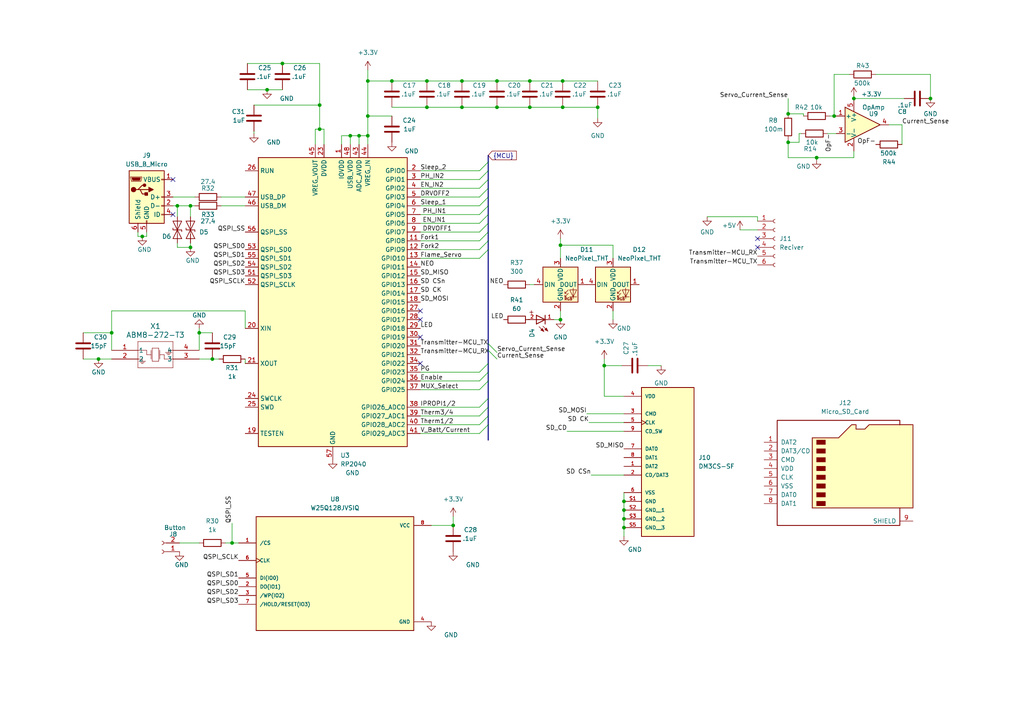
<source format=kicad_sch>
(kicad_sch (version 20230121) (generator eeschema)
  (paper "A4")
  (lib_symbols
    (symbol "Chimera:ABM8-272-T3" (pin_names (offset 0.254))
      (property "Reference" "X" (at 12.7 7.62 0))
      (property "Value" "ABM8-272-T3" (at 12.7 5.08 0))
      (symbol "ABM8-272-T3_0_1"
        (polyline (pts (xy 7.62 -5.08) (xy 17.78 -5.08)) (stroke (width 0.127)))
        (polyline (pts (xy 7.62 -2.54) (xy 8.89 -2.54)) (stroke (width 0.127)))
        (polyline (pts (xy 7.62 2.54) (xy 7.62 -5.08)) (stroke (width 0.127)))
        (polyline (pts (xy 7.9375 -3.175) (xy 9.8425 -3.175)) (stroke (width 0.127)))
        (polyline (pts (xy 8.255 -3.4925) (xy 9.525 -3.4925)) (stroke (width 0.127)))
        (polyline (pts (xy 8.5725 -3.81) (xy 9.2075 -3.81)) (stroke (width 0.127)))
        (polyline (pts (xy 8.89 -2.54) (xy 8.89 -3.175)) (stroke (width 0.127)))
        (polyline (pts (xy 10.16 -1.27) (xy 10.16 0)) (stroke (width 0.127)))
        (polyline (pts (xy 10.16 0) (xy 7.62 0)) (stroke (width 0.127)))
        (polyline (pts (xy 11.43 -1.27) (xy 10.16 -1.27)) (stroke (width 0.127)))
        (polyline (pts (xy 11.43 0) (xy 11.43 -2.54)) (stroke (width 0.127)))
        (polyline (pts (xy 11.7475 -3.175) (xy 13.6525 -3.175)) (stroke (width 0.127)))
        (polyline (pts (xy 11.7475 0.635) (xy 11.7475 -3.175)) (stroke (width 0.127)))
        (polyline (pts (xy 13.6525 -3.175) (xy 13.6525 0.635)) (stroke (width 0.127)))
        (polyline (pts (xy 13.6525 0.635) (xy 11.7475 0.635)) (stroke (width 0.127)))
        (polyline (pts (xy 13.97 -1.27) (xy 15.24 -1.27)) (stroke (width 0.127)))
        (polyline (pts (xy 13.97 0) (xy 13.97 -2.54)) (stroke (width 0.127)))
        (polyline (pts (xy 15.24 -2.54) (xy 17.78 -2.54)) (stroke (width 0.127)))
        (polyline (pts (xy 15.24 -1.27) (xy 15.24 -2.54)) (stroke (width 0.127)))
        (polyline (pts (xy 16.51 0) (xy 16.51 -0.635)) (stroke (width 0.127)))
        (polyline (pts (xy 16.8275 -1.27) (xy 16.1925 -1.27)) (stroke (width 0.127)))
        (polyline (pts (xy 17.145 -0.9525) (xy 15.875 -0.9525)) (stroke (width 0.127)))
        (polyline (pts (xy 17.4625 -0.635) (xy 15.5575 -0.635)) (stroke (width 0.127)))
        (polyline (pts (xy 17.78 -5.08) (xy 17.78 2.54)) (stroke (width 0.127)))
        (polyline (pts (xy 17.78 0) (xy 16.51 0)) (stroke (width 0.127)))
        (polyline (pts (xy 17.78 2.54) (xy 7.62 2.54)) (stroke (width 0.127)))
        (pin unspecified line (at 0 0 0) (length 7.62) (name "1") (number "1"))
        (pin unspecified line (at 0 -2.54 0) (length 7.62) (name "2") (number "2"))
        (pin unspecified line (at 25.4 -2.54 180) (length 7.62) (name "3") (number "3"))
        (pin unspecified line (at 25.4 0 180) (length 7.62) (name "4") (number "4"))
      )
    )
    (symbol "Chimera:DM3CS-SF" (pin_names (offset 1.016))
      (property "Reference" "J" (at -7.6282 19.0976 0))
      (property "Value" "DM3CS-SF" (at -7.6357 -28.7708 0))
      (symbol "DM3CS-SF_0_0"
        (rectangle (start -7.62 -25.4) (end 7.62 17.78) (stroke (width 0.254)) (fill (type background)))
        (pin passive line (at -12.7 -5.08 0) (length 5.08) (name "DAT2") (number "1"))
        (pin passive line (at -12.7 -7.62 0) (length 5.08) (name "CD/DAT3") (number "2"))
        (pin passive line (at -12.7 10.16 0) (length 5.08) (name "CMD") (number "3"))
        (pin passive line (at -12.7 15.24 0) (length 5.08) (name "VDD") (number "4"))
        (pin passive clock (at -12.7 7.62 0) (length 5.08) (name "CLK") (number "5"))
        (pin passive line (at -12.7 -12.7 0) (length 5.08) (name "VSS") (number "6"))
        (pin passive line (at -12.7 0 0) (length 5.08) (name "DAT0") (number "7"))
        (pin passive line (at -12.7 -2.54 0) (length 5.08) (name "DAT1") (number "8"))
        (pin passive line (at -12.7 5.08 0) (length 5.08) (name "CD_SW") (number "9"))
        (pin passive line (at -12.7 -15.24 0) (length 5.08) (name "GND") (number "S1"))
        (pin passive line (at -12.7 -17.78 0) (length 5.08) (name "GND__1") (number "S2"))
        (pin passive line (at -12.7 -20.32 0) (length 5.08) (name "GND__2") (number "S3"))
        (pin passive line (at -12.7 -22.86 0) (length 5.08) (name "GND__3") (number "S5"))
      )
    )
    (symbol "Chimera:W25Q128JVSIQ" (pin_names (offset 1.016))
      (property "Reference" "U" (at -22.86 16.002 0))
      (property "Value" "W25Q128JVSIQ" (at -22.86 -20.32 0))
      (symbol "W25Q128JVSIQ_0_0"
        (rectangle (start -22.86 15.24) (end 22.86 -17.78) (stroke (width 0.254)) (fill (type background)))
        (pin input line (at -27.94 7.62 0) (length 5.08) (name "/CS") (number "1"))
        (pin bidirectional line (at -27.94 -5.08 0) (length 5.08) (name "DO(IO1)") (number "2"))
        (pin bidirectional line (at -27.94 -7.62 0) (length 5.08) (name "/WP(IO2)") (number "3"))
        (pin power_in line (at 27.94 -15.24 180) (length 5.08) (name "GND") (number "4"))
        (pin bidirectional line (at -27.94 -2.54 0) (length 5.08) (name "DI(IO0)") (number "5"))
        (pin input clock (at -27.94 2.54 0) (length 5.08) (name "CLK") (number "6"))
        (pin bidirectional line (at -27.94 -10.16 0) (length 5.08) (name "/HOLD/RESET(IO3)") (number "7"))
        (pin power_in line (at 27.94 12.7 180) (length 5.08) (name "VCC") (number "8"))
      )
    )
    (symbol "Chimera:WL-SMCD_0603" (pin_names (offset 1.016))
      (property "Reference" "D" (at 1.27 4.064 0))
      (symbol "WL-SMCD_0603_0_0"
        (polyline (pts (xy 0 -1.27) (xy 0 0)) (stroke (width 0.254)))
        (polyline (pts (xy 0 0) (xy 0 1.27)) (stroke (width 0.254)))
        (polyline (pts (xy 0 0) (xy 2.54 0)) (stroke (width 0.254)))
        (polyline (pts (xy 0 0) (xy 2.54 1.27)) (stroke (width 0.254)))
        (polyline (pts (xy 0.635 1.905) (xy -0.762 3.302)) (stroke (width 0.1524)))
        (polyline (pts (xy 1.778 2.032) (xy 0.381 3.429)) (stroke (width 0.1524)))
        (polyline (pts (xy 2.54 -1.27) (xy 0 0)) (stroke (width 0.254)))
        (polyline (pts (xy 2.54 -1.27) (xy 2.54 0)) (stroke (width 0.254)))
        (polyline (pts (xy 2.54 0) (xy 2.54 1.27)) (stroke (width 0.254)))
        (polyline (pts (xy -0.762 3.302) (xy 0.127 2.921) (xy -0.381 2.413) (xy -0.762 3.302)) (stroke (width 0.1524)) (fill (type outline)))
        (polyline (pts (xy 0.381 3.429) (xy 1.27 3.048) (xy 0.762 2.54) (xy 0.381 3.429)) (stroke (width 0.1524)) (fill (type outline)))
        (text "+" (at 3.1 -1.5 0) (effects (font (size 1.27 1.27)) (justify left bottom)))
        (pin passive line (at -2.54 0 0) (length 2.54) (name "~") (number "1"))
        (pin passive line (at 5.08 0 180) (length 2.54) (name "~") (number "2"))
      )
    )
    (symbol "Connector:Conn_01x02_Socket" (pin_names (offset 1.016) hide)
      (property "Reference" "J" (at 0 2.54 0))
      (property "Value" "Conn_01x02_Socket" (at 0 -5.08 0))
      (symbol "Conn_01x02_Socket_1_1"
        (arc (start 0 -2.032) (mid -0.5058 -2.54) (end 0 -3.048) (stroke (width 0.1524)))
        (polyline (pts (xy -1.27 -2.54) (xy -0.508 -2.54)) (stroke (width 0.1524)))
        (polyline (pts (xy -1.27 0) (xy -0.508 0)) (stroke (width 0.1524)))
        (arc (start 0 0.508) (mid -0.5058 0) (end 0 -0.508) (stroke (width 0.1524)))
        (pin passive line (at -5.08 0 0) (length 3.81) (name "Pin_1") (number "1"))
        (pin passive line (at -5.08 -2.54 0) (length 3.81) (name "Pin_2") (number "2"))
      )
    )
    (symbol "Connector:Conn_01x06_Socket" (pin_names (offset 1.016) hide)
      (property "Reference" "J" (at 0 7.62 0))
      (property "Value" "Conn_01x06_Socket" (at 0 -10.16 0))
      (symbol "Conn_01x06_Socket_1_1"
        (arc (start 0 -7.112) (mid -0.5058 -7.62) (end 0 -8.128) (stroke (width 0.1524)))
        (arc (start 0 -4.572) (mid -0.5058 -5.08) (end 0 -5.588) (stroke (width 0.1524)))
        (arc (start 0 -2.032) (mid -0.5058 -2.54) (end 0 -3.048) (stroke (width 0.1524)))
        (polyline (pts (xy -1.27 -7.62) (xy -0.508 -7.62)) (stroke (width 0.1524)))
        (polyline (pts (xy -1.27 -5.08) (xy -0.508 -5.08)) (stroke (width 0.1524)))
        (polyline (pts (xy -1.27 -2.54) (xy -0.508 -2.54)) (stroke (width 0.1524)))
        (polyline (pts (xy -1.27 0) (xy -0.508 0)) (stroke (width 0.1524)))
        (polyline (pts (xy -1.27 2.54) (xy -0.508 2.54)) (stroke (width 0.1524)))
        (polyline (pts (xy -1.27 5.08) (xy -0.508 5.08)) (stroke (width 0.1524)))
        (arc (start 0 0.508) (mid -0.5058 0) (end 0 -0.508) (stroke (width 0.1524)))
        (arc (start 0 3.048) (mid -0.5058 2.54) (end 0 2.032) (stroke (width 0.1524)))
        (arc (start 0 5.588) (mid -0.5058 5.08) (end 0 4.572) (stroke (width 0.1524)))
        (pin passive line (at -5.08 5.08 0) (length 3.81) (name "Pin_1") (number "1"))
        (pin passive line (at -5.08 2.54 0) (length 3.81) (name "Pin_2") (number "2"))
        (pin passive line (at -5.08 0 0) (length 3.81) (name "Pin_3") (number "3"))
        (pin passive line (at -5.08 -2.54 0) (length 3.81) (name "Pin_4") (number "4"))
        (pin passive line (at -5.08 -5.08 0) (length 3.81) (name "Pin_5") (number "5"))
        (pin passive line (at -5.08 -7.62 0) (length 3.81) (name "Pin_6") (number "6"))
      )
    )
    (symbol "Connector:Micro_SD_Card" (pin_names (offset 1.016))
      (property "Reference" "J" (at -16.51 15.24 0))
      (property "Value" "Micro_SD_Card" (at 16.51 15.24 0))
      (symbol "Micro_SD_Card_0_1"
        (rectangle (start -7.62 -9.525) (end -5.08 -10.795) (fill (type outline)))
        (rectangle (start -7.62 -6.985) (end -5.08 -8.255) (fill (type outline)))
        (rectangle (start -7.62 -4.445) (end -5.08 -5.715) (fill (type outline)))
        (rectangle (start -7.62 -1.905) (end -5.08 -3.175) (fill (type outline)))
        (rectangle (start -7.62 0.635) (end -5.08 -0.635) (fill (type outline)))
        (rectangle (start -7.62 3.175) (end -5.08 1.905) (fill (type outline)))
        (rectangle (start -7.62 5.715) (end -5.08 4.445) (fill (type outline)))
        (rectangle (start -7.62 8.255) (end -5.08 6.985) (fill (type outline)))
        (polyline (pts (xy 16.51 12.7) (xy 16.51 13.97) (xy -19.05 13.97) (xy -19.05 -16.51) (xy 16.51 -16.51) (xy 16.51 -11.43)) (stroke (width 0.254)))
        (polyline (pts (xy -8.89 -11.43) (xy -8.89 8.89) (xy -1.27 8.89) (xy 2.54 12.7) (xy 3.81 12.7) (xy 3.81 11.43) (xy 6.35 11.43) (xy 7.62 12.7) (xy 20.32 12.7) (xy 20.32 -11.43) (xy -8.89 -11.43)) (stroke (width 0.254)) (fill (type background)))
      )
      (symbol "Micro_SD_Card_1_1"
        (pin bidirectional line (at -22.86 7.62 0) (length 3.81) (name "DAT2") (number "1"))
        (pin bidirectional line (at -22.86 5.08 0) (length 3.81) (name "DAT3/CD") (number "2"))
        (pin input line (at -22.86 2.54 0) (length 3.81) (name "CMD") (number "3"))
        (pin power_in line (at -22.86 0 0) (length 3.81) (name "VDD") (number "4"))
        (pin input line (at -22.86 -2.54 0) (length 3.81) (name "CLK") (number "5"))
        (pin power_in line (at -22.86 -5.08 0) (length 3.81) (name "VSS") (number "6"))
        (pin bidirectional line (at -22.86 -7.62 0) (length 3.81) (name "DAT0") (number "7"))
        (pin bidirectional line (at -22.86 -10.16 0) (length 3.81) (name "DAT1") (number "8"))
        (pin passive line (at 20.32 -15.24 180) (length 3.81) (name "SHIELD") (number "9"))
      )
    )
    (symbol "Connector:USB_B_Micro" (pin_names (offset 1.016))
      (property "Reference" "J" (at -5.08 11.43 0))
      (property "Value" "USB_B_Micro" (at -5.08 8.89 0))
      (symbol "USB_B_Micro_0_1"
        (rectangle (start -5.08 -7.62) (end 5.08 7.62) (stroke (width 0.254)) (fill (type background)))
        (circle (center -3.81 2.159) (radius 0.635) (stroke (width 0.254)) (fill (type outline)))
        (circle (center -0.635 3.429) (radius 0.381) (stroke (width 0.254)) (fill (type outline)))
        (rectangle (start -0.127 -7.62) (end 0.127 -6.858))
        (polyline (pts (xy -1.905 2.159) (xy 0.635 2.159)) (stroke (width 0.254)))
        (polyline (pts (xy -3.175 2.159) (xy -2.54 2.159) (xy -1.27 3.429) (xy -0.635 3.429)) (stroke (width 0.254)))
        (polyline (pts (xy -2.54 2.159) (xy -1.905 2.159) (xy -1.27 0.889) (xy 0 0.889)) (stroke (width 0.254)))
        (polyline (pts (xy 0.635 2.794) (xy 0.635 1.524) (xy 1.905 2.159) (xy 0.635 2.794)) (stroke (width 0.254)) (fill (type outline)))
        (polyline (pts (xy -4.318 5.588) (xy -1.778 5.588) (xy -2.032 4.826) (xy -4.064 4.826) (xy -4.318 5.588)) (fill (type outline)))
        (polyline (pts (xy -4.699 5.842) (xy -4.699 5.588) (xy -4.445 4.826) (xy -4.445 4.572) (xy -1.651 4.572) (xy -1.651 4.826) (xy -1.397 5.588) (xy -1.397 5.842) (xy -4.699 5.842)))
        (rectangle (start 0.254 1.27) (end -0.508 0.508) (stroke (width 0.254)) (fill (type outline)))
        (rectangle (start 5.08 -5.207) (end 4.318 -4.953))
        (rectangle (start 5.08 -2.667) (end 4.318 -2.413))
        (rectangle (start 5.08 -0.127) (end 4.318 0.127))
        (rectangle (start 5.08 4.953) (end 4.318 5.207))
      )
      (symbol "USB_B_Micro_1_1"
        (pin power_out line (at 7.62 5.08 180) (length 2.54) (name "VBUS") (number "1"))
        (pin bidirectional line (at 7.62 -2.54 180) (length 2.54) (name "D-") (number "2"))
        (pin bidirectional line (at 7.62 0 180) (length 2.54) (name "D+") (number "3"))
        (pin passive line (at 7.62 -5.08 180) (length 2.54) (name "ID") (number "4"))
        (pin power_out line (at 0 -10.16 90) (length 2.54) (name "GND") (number "5"))
        (pin passive line (at -2.54 -10.16 90) (length 2.54) (name "Shield") (number "6"))
      )
    )
    (symbol "Device:C" (pin_numbers hide) (pin_names (offset 0.254))
      (property "Reference" "C" (at 0.635 2.54 0))
      (property "Value" "C" (at 0.635 -2.54 0))
      (symbol "C_0_1"
        (polyline (pts (xy -2.032 -0.762) (xy 2.032 -0.762)) (stroke (width 0.508)))
        (polyline (pts (xy -2.032 0.762) (xy 2.032 0.762)) (stroke (width 0.508)))
      )
      (symbol "C_1_1"
        (pin passive line (at 0 3.81 270) (length 2.794) (name "~") (number "1"))
        (pin passive line (at 0 -3.81 90) (length 2.794) (name "~") (number "2"))
      )
    )
    (symbol "Device:R" (pin_numbers hide) (pin_names (offset 0))
      (property "Reference" "R" (at 2.032 0 90))
      (property "Value" "R" (at 0 0 90))
      (symbol "R_0_1"
        (rectangle (start -1.016 -2.54) (end 1.016 2.54) (stroke (width 0.254)))
      )
      (symbol "R_1_1"
        (pin passive line (at 0 3.81 270) (length 1.27) (name "~") (number "1"))
        (pin passive line (at 0 -3.81 90) (length 1.27) (name "~") (number "2"))
      )
    )
    (symbol "Diode:SMAJ8.0CA" (pin_numbers hide) (pin_names (offset 1.016) hide)
      (property "Reference" "D" (at 0 2.54 0))
      (property "Value" "SMAJ8.0CA" (at 0 -2.54 0))
      (symbol "SMAJ8.0CA_0_1"
        (polyline (pts (xy 1.27 0) (xy -1.27 0)))
        (polyline (pts (xy -2.54 -1.27) (xy 0 0) (xy -2.54 1.27) (xy -2.54 -1.27)) (stroke (width 0.2032)))
        (polyline (pts (xy 0.508 1.27) (xy 0 1.27) (xy 0 -1.27) (xy -0.508 -1.27)) (stroke (width 0.2032)))
        (polyline (pts (xy 2.54 1.27) (xy 2.54 -1.27) (xy 0 0) (xy 2.54 1.27)) (stroke (width 0.2032)))
      )
      (symbol "SMAJ8.0CA_1_1"
        (pin passive line (at -3.81 0 0) (length 2.54) (name "A1") (number "1"))
        (pin passive line (at 3.81 0 180) (length 2.54) (name "A2") (number "2"))
      )
    )
    (symbol "LED:NeoPixel_THT" (pin_names (offset 0.254))
      (property "Reference" "D" (at 5.08 5.715 0))
      (property "Value" "NeoPixel_THT" (at 1.27 -5.715 0))
      (symbol "NeoPixel_THT_0_0"
        (text "RGB" (at 2.286 -4.191 0) (effects (font (size 0.762 0.762))))
      )
      (symbol "NeoPixel_THT_0_1"
        (polyline (pts (xy 1.27 -3.556) (xy 1.778 -3.556)))
        (polyline (pts (xy 1.27 -2.54) (xy 1.778 -2.54)))
        (polyline (pts (xy 4.699 -3.556) (xy 2.667 -3.556)))
        (polyline (pts (xy 2.286 -2.54) (xy 1.27 -3.556) (xy 1.27 -3.048)))
        (polyline (pts (xy 2.286 -1.524) (xy 1.27 -2.54) (xy 1.27 -2.032)))
        (polyline (pts (xy 3.683 -1.016) (xy 3.683 -3.556) (xy 3.683 -4.064)))
        (polyline (pts (xy 4.699 -1.524) (xy 2.667 -1.524) (xy 3.683 -3.556) (xy 4.699 -1.524)))
        (rectangle (start 5.08 5.08) (end -5.08 -5.08) (stroke (width 0.254)) (fill (type background)))
      )
      (symbol "NeoPixel_THT_1_1"
        (pin output line (at 7.62 0 180) (length 2.54) (name "DOUT") (number "1"))
        (pin power_in line (at 0 -7.62 90) (length 2.54) (name "GND") (number "2"))
        (pin power_in line (at 0 7.62 270) (length 2.54) (name "VDD") (number "3"))
        (pin input line (at -7.62 0 0) (length 2.54) (name "DIN") (number "4"))
      )
    )
    (symbol "MCU_RaspberryPi:RP2040"
      (property "Reference" "U" (at 17.78 45.72 0))
      (property "Value" "RP2040" (at 17.78 43.18 0))
      (symbol "RP2040_0_1"
        (rectangle (start -21.59 41.91) (end 21.59 -41.91) (stroke (width 0.254)) (fill (type background)))
      )
      (symbol "RP2040_1_1"
        (pin power_in line (at 2.54 45.72 270) (length 3.81) (name "IOVDD") (number "1"))
        (pin passive line (at 2.54 45.72 270) (length 3.81) hide (name "IOVDD") (number "10"))
        (pin bidirectional line (at 25.4 17.78 180) (length 3.81) (name "GPIO8") (number "11"))
        (pin bidirectional line (at 25.4 15.24 180) (length 3.81) (name "GPIO9") (number "12"))
        (pin bidirectional line (at 25.4 12.7 180) (length 3.81) (name "GPIO10") (number "13"))
        (pin bidirectional line (at 25.4 10.16 180) (length 3.81) (name "GPIO11") (number "14"))
        (pin bidirectional line (at 25.4 7.62 180) (length 3.81) (name "GPIO12") (number "15"))
        (pin bidirectional line (at 25.4 5.08 180) (length 3.81) (name "GPIO13") (number "16"))
        (pin bidirectional line (at 25.4 2.54 180) (length 3.81) (name "GPIO14") (number "17"))
        (pin bidirectional line (at 25.4 0 180) (length 3.81) (name "GPIO15") (number "18"))
        (pin input line (at -25.4 -38.1 0) (length 3.81) (name "TESTEN") (number "19"))
        (pin bidirectional line (at 25.4 38.1 180) (length 3.81) (name "GPIO0") (number "2"))
        (pin input line (at -25.4 -7.62 0) (length 3.81) (name "XIN") (number "20"))
        (pin passive line (at -25.4 -17.78 0) (length 3.81) (name "XOUT") (number "21"))
        (pin passive line (at 2.54 45.72 270) (length 3.81) hide (name "IOVDD") (number "22"))
        (pin power_in line (at -2.54 45.72 270) (length 3.81) (name "DVDD") (number "23"))
        (pin input line (at -25.4 -27.94 0) (length 3.81) (name "SWCLK") (number "24"))
        (pin bidirectional line (at -25.4 -30.48 0) (length 3.81) (name "SWD") (number "25"))
        (pin input line (at -25.4 38.1 0) (length 3.81) (name "RUN") (number "26"))
        (pin bidirectional line (at 25.4 -2.54 180) (length 3.81) (name "GPIO16") (number "27"))
        (pin bidirectional line (at 25.4 -5.08 180) (length 3.81) (name "GPIO17") (number "28"))
        (pin bidirectional line (at 25.4 -7.62 180) (length 3.81) (name "GPIO18") (number "29"))
        (pin bidirectional line (at 25.4 35.56 180) (length 3.81) (name "GPIO1") (number "3"))
        (pin bidirectional line (at 25.4 -10.16 180) (length 3.81) (name "GPIO19") (number "30"))
        (pin bidirectional line (at 25.4 -12.7 180) (length 3.81) (name "GPIO20") (number "31"))
        (pin bidirectional line (at 25.4 -15.24 180) (length 3.81) (name "GPIO21") (number "32"))
        (pin passive line (at 2.54 45.72 270) (length 3.81) hide (name "IOVDD") (number "33"))
        (pin bidirectional line (at 25.4 -17.78 180) (length 3.81) (name "GPIO22") (number "34"))
        (pin bidirectional line (at 25.4 -20.32 180) (length 3.81) (name "GPIO23") (number "35"))
        (pin bidirectional line (at 25.4 -22.86 180) (length 3.81) (name "GPIO24") (number "36"))
        (pin bidirectional line (at 25.4 -25.4 180) (length 3.81) (name "GPIO25") (number "37"))
        (pin bidirectional line (at 25.4 -30.48 180) (length 3.81) (name "GPIO26_ADC0") (number "38"))
        (pin bidirectional line (at 25.4 -33.02 180) (length 3.81) (name "GPIO27_ADC1") (number "39"))
        (pin bidirectional line (at 25.4 33.02 180) (length 3.81) (name "GPIO2") (number "4"))
        (pin bidirectional line (at 25.4 -35.56 180) (length 3.81) (name "GPIO28_ADC2") (number "40"))
        (pin bidirectional line (at 25.4 -38.1 180) (length 3.81) (name "GPIO29_ADC3") (number "41"))
        (pin passive line (at 2.54 45.72 270) (length 3.81) hide (name "IOVDD") (number "42"))
        (pin power_in line (at 7.62 45.72 270) (length 3.81) (name "ADC_AVDD") (number "43"))
        (pin power_in line (at 10.16 45.72 270) (length 3.81) (name "VREG_IN") (number "44"))
        (pin power_out line (at -5.08 45.72 270) (length 3.81) (name "VREG_VOUT") (number "45"))
        (pin bidirectional line (at -25.4 27.94 0) (length 3.81) (name "USB_DM") (number "46"))
        (pin bidirectional line (at -25.4 30.48 0) (length 3.81) (name "USB_DP") (number "47"))
        (pin power_in line (at 5.08 45.72 270) (length 3.81) (name "USB_VDD") (number "48"))
        (pin passive line (at 2.54 45.72 270) (length 3.81) hide (name "IOVDD") (number "49"))
        (pin bidirectional line (at 25.4 30.48 180) (length 3.81) (name "GPIO3") (number "5"))
        (pin passive line (at -2.54 45.72 270) (length 3.81) hide (name "DVDD") (number "50"))
        (pin bidirectional line (at -25.4 7.62 0) (length 3.81) (name "QSPI_SD3") (number "51"))
        (pin output line (at -25.4 5.08 0) (length 3.81) (name "QSPI_SCLK") (number "52"))
        (pin bidirectional line (at -25.4 15.24 0) (length 3.81) (name "QSPI_SD0") (number "53"))
        (pin bidirectional line (at -25.4 10.16 0) (length 3.81) (name "QSPI_SD2") (number "54"))
        (pin bidirectional line (at -25.4 12.7 0) (length 3.81) (name "QSPI_SD1") (number "55"))
        (pin bidirectional line (at -25.4 20.32 0) (length 3.81) (name "QSPI_SS") (number "56"))
        (pin power_in line (at 0 -45.72 90) (length 3.81) (name "GND") (number "57"))
        (pin bidirectional line (at 25.4 27.94 180) (length 3.81) (name "GPIO4") (number "6"))
        (pin bidirectional line (at 25.4 25.4 180) (length 3.81) (name "GPIO5") (number "7"))
        (pin bidirectional line (at 25.4 22.86 180) (length 3.81) (name "GPIO6") (number "8"))
        (pin bidirectional line (at 25.4 20.32 180) (length 3.81) (name "GPIO7") (number "9"))
      )
    )
    (symbol "OEM:OpAmp" (pin_names (offset 0.127))
      (property "Reference" "U7" (at 3.175 3.175 0))
      (property "Value" "OpAmp" (at 3.175 5.08 0))
      (symbol "OpAmp_0_1"
        (polyline (pts (xy -5.08 5.08) (xy 5.08 0) (xy -5.08 -5.08) (xy -5.08 5.08)) (stroke (width 0.254)) (fill (type background)))
        (pin power_in line (at -2.54 -7.62 90) (length 3.81) (name "V-") (number "2"))
        (pin power_in line (at -2.54 7.62 270) (length 3.81) (name "V+") (number "5"))
      )
      (symbol "OpAmp_1_1"
        (pin input line (at -7.62 2.54 0) (length 2.54) (name "+") (number "1"))
        (pin input line (at -7.62 -2.54 0) (length 2.54) (name "-") (number "3"))
        (pin output line (at 7.62 0 180) (length 2.54) (name "~") (number "4"))
      )
    )
    (symbol "power:+3.3V" (power) (pin_names (offset 0))
      (property "Value" "+3.3V" (at 0 3.556 0))
      (symbol "+3.3V_0_1"
        (polyline (pts (xy -0.762 1.27) (xy 0 2.54)))
        (polyline (pts (xy 0 0) (xy 0 2.54)))
        (polyline (pts (xy 0 2.54) (xy 0.762 1.27)))
      )
      (symbol "+3.3V_1_1"
        (pin power_in line (at 0 0 90) (length 0) hide (name "+3.3V") (number "1"))
      )
    )
    (symbol "power:+5V" (power) (pin_names (offset 0))
      (property "Value" "+5V" (at 0 3.556 0))
      (symbol "+5V_0_1"
        (polyline (pts (xy -0.762 1.27) (xy 0 2.54)))
        (polyline (pts (xy 0 0) (xy 0 2.54)))
        (polyline (pts (xy 0 2.54) (xy 0.762 1.27)))
      )
      (symbol "+5V_1_1"
        (pin power_in line (at 0 0 90) (length 0) hide (name "+5V") (number "1"))
      )
    )
    (symbol "power:GND" (power) (pin_names (offset 0))
      (property "Value" "GND" (at 0 -3.81 0))
      (symbol "GND_0_1"
        (polyline (pts (xy 0 0) (xy 0 -1.27) (xy 1.27 -1.27) (xy 0 -2.54) (xy -1.27 -1.27) (xy 0 -1.27)))
      )
      (symbol "GND_1_1"
        (pin power_in line (at 0 0 270) (length 0) hide (name "GND") (number "1"))
      )
    )
  )
  (junction (at 32.385 96.52))
  (junction (at 269.875 28.575))
  (junction (at 236.855 45.72))
  (junction (at 61.595 104.14))
  (junction (at 180.975 153.035))
  (junction (at 241.935 33.655))
  (junction (at 153.67 31.115))
  (junction (at 81.915 18.415))
  (junction (at 133.985 23.495))
  (junction (at 180.975 150.495))
  (junction (at 92.71 37.465))
  (junction (at 173.355 31.115))
  (junction (at 106.68 23.495))
  (junction (at 162.56 71.12))
  (junction (at 123.825 31.115))
  (junction (at 144.145 23.495))
  (junction (at 55.245 71.755))
  (junction (at 228.6 41.275))
  (junction (at 180.975 147.955))
  (junction (at 28.575 104.14))
  (junction (at 67.31 157.48))
  (junction (at 247.65 28.575))
  (junction (at 144.145 31.115))
  (junction (at 57.785 96.52))
  (junction (at 92.71 30.48))
  (junction (at 77.47 26.035))
  (junction (at 106.68 39.37))
  (junction (at 228.6 33.02))
  (junction (at 41.275 68.58))
  (junction (at 113.665 23.495))
  (junction (at 104.14 39.37))
  (junction (at 106.68 33.655))
  (junction (at 101.6 39.37))
  (junction (at 175.26 106.045))
  (junction (at 162.56 92.71))
  (junction (at 123.825 23.495))
  (junction (at 163.195 31.115))
  (junction (at 55.245 59.69))
  (junction (at 133.985 31.115))
  (junction (at 131.445 152.4))
  (junction (at 180.975 145.415))
  (junction (at 51.435 59.69))
  (junction (at 153.67 23.495))
  (junction (at 163.195 23.495))
  (no_connect (at 121.92 105.41))
  (no_connect (at 121.92 90.17))
  (no_connect (at 121.92 92.71))
  (no_connect (at 50.165 52.07))
  (no_connect (at 121.92 97.79))
  (no_connect (at 50.165 62.23))
  (no_connect (at 219.71 69.215))
  (no_connect (at 219.71 71.755))
  (bus_entry (at 141.605 59.69) (size -2.54 2.54))
  (bus_entry (at 141.605 120.65) (size -2.54 2.54))
  (bus_entry (at 141.605 52.07) (size -2.54 2.54))
  (bus_entry (at 141.605 107.95) (size -2.54 2.54))
  (bus_entry (at 141.605 49.53) (size -2.54 2.54))
  (bus_entry (at 141.605 118.11) (size -2.54 2.54))
  (bus_entry (at 141.605 64.77) (size -2.54 2.54))
  (bus_entry (at 141.605 101.6) (size 2.54 2.54))
  (bus_entry (at 141.605 69.85) (size -2.54 2.54))
  (bus_entry (at 141.605 105.41) (size -2.54 2.54))
  (bus_entry (at 141.605 72.39) (size -2.54 2.54))
  (bus_entry (at 141.605 115.57) (size -2.54 2.54))
  (bus_entry (at 141.605 110.49) (size -2.54 2.54))
  (bus_entry (at 141.605 67.31) (size -2.54 2.54))
  (bus_entry (at 141.605 62.23) (size -2.54 2.54))
  (bus_entry (at 141.605 54.61) (size -2.54 2.54))
  (bus_entry (at 141.605 99.695) (size 2.54 2.54))
  (bus_entry (at 141.605 46.99) (size -2.54 2.54))
  (bus_entry (at 141.605 57.15) (size -2.54 2.54))
  (bus_entry (at 141.605 123.19) (size -2.54 2.54))
  (wire (pts (xy 162.56 92.71) (xy 160.655 92.71)))
  (wire (pts (xy 106.68 20.32) (xy 106.68 23.495)))
  (wire (pts (xy 91.44 41.91) (xy 91.44 37.465)))
  (wire (pts (xy 121.92 57.15) (xy 139.065 57.15)))
  (wire (pts (xy 93.98 37.465) (xy 93.98 41.91)))
  (wire (pts (xy 170.815 122.555) (xy 180.975 122.555)))
  (wire (pts (xy 71.755 18.415) (xy 81.915 18.415)))
  (wire (pts (xy 91.44 37.465) (xy 92.71 37.465)))
  (wire (pts (xy 241.935 21.59) (xy 241.935 33.655)))
  (wire (pts (xy 64.135 59.69) (xy 71.12 59.69)))
  (wire (pts (xy 139.065 113.03) (xy 121.92 113.03)))
  (wire (pts (xy 71.12 90.17) (xy 32.385 90.17)))
  (wire (pts (xy 24.13 96.52) (xy 32.385 96.52)))
  (wire (pts (xy 65.405 157.48) (xy 67.31 157.48)))
  (bus (pts (xy 141.605 57.15) (xy 141.605 59.69)))
  (wire (pts (xy 144.145 31.115) (xy 153.67 31.115)))
  (wire (pts (xy 139.065 74.93) (xy 121.92 74.93)))
  (wire (pts (xy 55.245 70.485) (xy 55.245 71.755)))
  (wire (pts (xy 121.92 107.95) (xy 139.065 107.95)))
  (wire (pts (xy 106.68 39.37) (xy 106.68 41.91)))
  (wire (pts (xy 228.6 41.275) (xy 228.6 45.72)))
  (wire (pts (xy 50.165 59.69) (xy 51.435 59.69)))
  (wire (pts (xy 177.8 71.12) (xy 162.56 71.12)))
  (wire (pts (xy 123.825 23.495) (xy 133.985 23.495)))
  (wire (pts (xy 164.465 125.095) (xy 180.975 125.095)))
  (wire (pts (xy 131.445 152.4) (xy 131.445 149.86)))
  (wire (pts (xy 236.855 46.355) (xy 236.855 45.72)))
  (wire (pts (xy 67.31 157.48) (xy 69.215 157.48)))
  (wire (pts (xy 240.665 33.655) (xy 241.935 33.655)))
  (wire (pts (xy 205.105 62.865) (xy 219.71 62.865)))
  (wire (pts (xy 99.06 39.37) (xy 101.6 39.37)))
  (wire (pts (xy 64.135 57.15) (xy 71.12 57.15)))
  (wire (pts (xy 139.065 125.73) (xy 121.92 125.73)))
  (wire (pts (xy 133.985 31.115) (xy 144.145 31.115)))
  (wire (pts (xy 187.96 106.045) (xy 191.77 106.045)))
  (wire (pts (xy 153.67 31.115) (xy 163.195 31.115)))
  (wire (pts (xy 55.245 59.69) (xy 56.515 59.69)))
  (bus (pts (xy 141.605 46.99) (xy 141.605 49.53)))
  (wire (pts (xy 180.975 147.955) (xy 180.975 150.495)))
  (wire (pts (xy 228.6 40.64) (xy 228.6 41.275)))
  (wire (pts (xy 101.6 39.37) (xy 104.14 39.37)))
  (wire (pts (xy 214.63 66.675) (xy 219.71 66.675)))
  (wire (pts (xy 236.855 45.72) (xy 247.65 45.72)))
  (wire (pts (xy 228.6 28.575) (xy 228.6 33.02)))
  (wire (pts (xy 71.755 26.035) (xy 77.47 26.035)))
  (wire (pts (xy 52.07 157.48) (xy 57.785 157.48)))
  (wire (pts (xy 139.065 69.85) (xy 121.92 69.85)))
  (bus (pts (xy 141.605 49.53) (xy 141.605 52.07)))
  (wire (pts (xy 51.435 59.69) (xy 51.435 62.865)))
  (wire (pts (xy 121.92 64.77) (xy 139.065 64.77)))
  (wire (pts (xy 247.65 27.94) (xy 247.65 28.575)))
  (wire (pts (xy 236.855 45.72) (xy 228.6 45.72)))
  (wire (pts (xy 32.385 96.52) (xy 32.385 101.6)))
  (bus (pts (xy 141.605 99.695) (xy 141.605 101.6)))
  (wire (pts (xy 233.045 33.02) (xy 228.6 33.02)))
  (wire (pts (xy 139.065 120.65) (xy 121.92 120.65)))
  (wire (pts (xy 177.8 74.93) (xy 177.8 71.12)))
  (wire (pts (xy 42.545 68.58) (xy 42.545 67.31)))
  (wire (pts (xy 40.005 67.31) (xy 40.005 68.58)))
  (bus (pts (xy 141.605 120.65) (xy 141.605 123.19)))
  (bus (pts (xy 141.605 118.11) (xy 141.605 120.65)))
  (wire (pts (xy 247.65 45.72) (xy 247.65 43.815)))
  (wire (pts (xy 121.92 123.19) (xy 139.065 123.19)))
  (wire (pts (xy 73.66 38.735) (xy 73.66 38.1)))
  (wire (pts (xy 173.355 31.115) (xy 173.355 34.29)))
  (bus (pts (xy 141.605 101.6) (xy 141.605 105.41)))
  (wire (pts (xy 32.385 90.17) (xy 32.385 96.52)))
  (wire (pts (xy 269.875 21.59) (xy 269.875 28.575)))
  (wire (pts (xy 123.825 31.115) (xy 133.985 31.115)))
  (bus (pts (xy 141.605 105.41) (xy 141.605 107.95)))
  (bus (pts (xy 141.605 45.085) (xy 141.605 46.99)))
  (wire (pts (xy 51.435 70.485) (xy 51.435 71.755)))
  (bus (pts (xy 141.605 115.57) (xy 141.605 118.11)))
  (wire (pts (xy 51.435 71.755) (xy 55.245 71.755)))
  (wire (pts (xy 101.6 39.37) (xy 101.6 41.91)))
  (wire (pts (xy 175.26 104.14) (xy 175.26 106.045)))
  (wire (pts (xy 139.065 110.49) (xy 121.92 110.49)))
  (bus (pts (xy 141.605 107.95) (xy 141.605 110.49)))
  (wire (pts (xy 106.68 33.655) (xy 113.665 33.655)))
  (wire (pts (xy 104.14 39.37) (xy 104.14 41.91)))
  (wire (pts (xy 104.14 39.37) (xy 106.68 39.37)))
  (wire (pts (xy 57.785 95.25) (xy 57.785 96.52)))
  (wire (pts (xy 257.81 36.195) (xy 261.62 36.195)))
  (wire (pts (xy 175.26 106.045) (xy 175.26 114.935)))
  (wire (pts (xy 121.92 54.61) (xy 139.065 54.61)))
  (wire (pts (xy 153.67 82.55) (xy 154.94 82.55)))
  (wire (pts (xy 106.68 23.495) (xy 113.665 23.495)))
  (wire (pts (xy 71.12 90.17) (xy 71.12 95.25)))
  (wire (pts (xy 240.03 38.735) (xy 242.57 38.735)))
  (wire (pts (xy 233.045 33.02) (xy 233.045 33.655)))
  (wire (pts (xy 170.18 120.015) (xy 180.975 120.015)))
  (bus (pts (xy 141.605 110.49) (xy 141.605 115.57)))
  (wire (pts (xy 177.8 90.17) (xy 177.8 92.71)))
  (wire (pts (xy 247.65 28.575) (xy 262.255 28.575)))
  (wire (pts (xy 71.12 104.14) (xy 71.12 105.41)))
  (wire (pts (xy 73.66 30.48) (xy 92.71 30.48)))
  (wire (pts (xy 175.26 106.045) (xy 180.34 106.045)))
  (bus (pts (xy 141.605 54.61) (xy 141.605 57.15)))
  (wire (pts (xy 57.785 96.52) (xy 61.595 96.52)))
  (wire (pts (xy 57.785 96.52) (xy 57.785 101.6)))
  (wire (pts (xy 228.6 41.275) (xy 231.775 41.275)))
  (wire (pts (xy 171.45 137.795) (xy 180.975 137.795)))
  (wire (pts (xy 180.975 142.875) (xy 180.975 145.415)))
  (wire (pts (xy 113.665 23.495) (xy 123.825 23.495)))
  (wire (pts (xy 50.165 57.15) (xy 56.515 57.15)))
  (wire (pts (xy 121.92 49.53) (xy 139.065 49.53)))
  (wire (pts (xy 231.775 38.735) (xy 232.41 38.735)))
  (wire (pts (xy 106.68 33.655) (xy 106.68 39.37)))
  (bus (pts (xy 141.605 59.69) (xy 141.605 62.23)))
  (wire (pts (xy 55.245 59.69) (xy 55.245 62.865)))
  (bus (pts (xy 141.605 62.23) (xy 141.605 64.77)))
  (wire (pts (xy 163.195 31.115) (xy 173.355 31.115)))
  (wire (pts (xy 121.92 52.07) (xy 139.065 52.07)))
  (bus (pts (xy 141.605 69.85) (xy 141.605 72.39)))
  (wire (pts (xy 175.26 114.935) (xy 180.975 114.935)))
  (wire (pts (xy 113.665 31.115) (xy 123.825 31.115)))
  (wire (pts (xy 180.975 153.035) (xy 180.975 155.575)))
  (wire (pts (xy 28.575 104.14) (xy 32.385 104.14)))
  (wire (pts (xy 61.595 104.14) (xy 63.5 104.14)))
  (bus (pts (xy 141.605 52.07) (xy 141.605 54.61)))
  (wire (pts (xy 121.92 67.31) (xy 139.065 67.31)))
  (wire (pts (xy 99.06 41.91) (xy 99.06 39.37)))
  (wire (pts (xy 92.71 18.415) (xy 92.71 30.48)))
  (wire (pts (xy 121.92 59.69) (xy 139.065 59.69)))
  (wire (pts (xy 163.195 23.495) (xy 173.355 23.495)))
  (wire (pts (xy 219.71 62.865) (xy 219.71 64.135)))
  (wire (pts (xy 57.785 104.14) (xy 61.595 104.14)))
  (wire (pts (xy 81.915 18.415) (xy 92.71 18.415)))
  (wire (pts (xy 121.92 72.39) (xy 139.065 72.39)))
  (wire (pts (xy 162.56 71.12) (xy 162.56 74.93)))
  (wire (pts (xy 92.71 37.465) (xy 93.98 37.465)))
  (wire (pts (xy 40.005 68.58) (xy 41.275 68.58)))
  (bus (pts (xy 141.605 123.19) (xy 141.605 127.635)))
  (wire (pts (xy 153.67 23.495) (xy 163.195 23.495)))
  (wire (pts (xy 92.71 30.48) (xy 92.71 37.465)))
  (wire (pts (xy 162.56 90.17) (xy 162.56 92.71)))
  (wire (pts (xy 261.62 36.195) (xy 261.62 41.91)))
  (wire (pts (xy 133.985 23.495) (xy 144.145 23.495)))
  (wire (pts (xy 241.935 33.655) (xy 242.57 33.655)))
  (wire (pts (xy 180.975 145.415) (xy 180.975 147.955)))
  (wire (pts (xy 24.13 104.14) (xy 28.575 104.14)))
  (wire (pts (xy 231.775 41.275) (xy 231.775 38.735)))
  (wire (pts (xy 269.875 21.59) (xy 254 21.59)))
  (wire (pts (xy 125.095 152.4) (xy 131.445 152.4)))
  (wire (pts (xy 121.92 62.23) (xy 139.065 62.23)))
  (wire (pts (xy 106.68 23.495) (xy 106.68 33.655)))
  (wire (pts (xy 41.275 68.58) (xy 42.545 68.58)))
  (wire (pts (xy 77.47 26.035) (xy 81.915 26.035)))
  (wire (pts (xy 153.67 92.71) (xy 153.035 92.71)))
  (wire (pts (xy 121.92 118.11) (xy 139.065 118.11)))
  (bus (pts (xy 141.605 67.31) (xy 141.605 69.85)))
  (bus (pts (xy 141.605 72.39) (xy 141.605 99.695)))
  (wire (pts (xy 51.435 59.69) (xy 55.245 59.69)))
  (wire (pts (xy 144.145 23.495) (xy 153.67 23.495)))
  (wire (pts (xy 162.56 69.215) (xy 162.56 71.12)))
  (bus (pts (xy 141.605 64.77) (xy 141.605 67.31)))
  (wire (pts (xy 67.31 151.765) (xy 67.31 157.48)))
  (wire (pts (xy 180.975 150.495) (xy 180.975 153.035)))
  (wire (pts (xy 241.935 21.59) (xy 246.38 21.59)))
  (label "PH_IN1" (at 122.555 62.23 0))
  (label "QSPI_SCLK" (at 69.215 162.56 180))
  (label "QSPI_SD3" (at 69.215 175.26 180))
  (label "LED" (at 146.05 92.71 180))
  (label "SD CK" (at 121.92 85.09 0))
  (label "PH_IN2" (at 121.92 52.07 0))
  (label "Therm1{slash}2" (at 121.92 123.19 0))
  (label "SD CSn" (at 121.92 82.55 0))
  (label "EN_IN1" (at 122.555 64.77 0))
  (label "Servo_Current_Sense" (at 228.6 28.575 180))
  (label "EN_IN2" (at 121.92 54.61 0))
  (label "DRVOFF2" (at 121.92 57.15 0))
  (label "QSPI_SD0" (at 71.12 72.39 180))
  (label "Fork2" (at 121.92 72.39 0))
  (label "SD CSn" (at 171.45 137.795 180))
  (label "SD_MISO" (at 121.92 80.01 0))
  (label "Transmitter-MCU_RX" (at 219.71 74.295 180))
  (label "Servo_Current_Sense" (at 144.145 102.235 0))
  (label "QSPI_SS" (at 71.12 67.31 180))
  (label "SD_MOSI" (at 121.92 87.63 0))
  (label "Transmitter-MCU_TX" (at 219.71 76.835 180))
  (label "NEO" (at 146.05 82.55 180))
  (label "Sleep_1" (at 121.92 59.69 0))
  (label "Sleep_2" (at 121.92 49.53 0))
  (label "QSPI_SCLK" (at 71.12 82.55 180))
  (label "QSPI_SS" (at 67.31 151.765 90))
  (label "PG" (at 121.92 107.95 0))
  (label "QSPI_SD3" (at 71.12 80.01 180))
  (label "Enable" (at 121.92 110.49 0))
  (label "MUX_Select" (at 121.92 113.03 0))
  (label "SD_MOSI" (at 170.18 120.015 180))
  (label "Flame_Servo" (at 121.92 74.93 0))
  (label "OpF-" (at 254 41.91 180))
  (label "Current_Sense" (at 261.62 36.195 0))
  (label "V_Batt{slash}Current" (at 121.92 125.73 0))
  (label "SD_CD" (at 164.465 125.095 180))
  (label "Transmitter-MCU_TX" (at 121.92 100.33 0))
  (label "Therm3{slash}4" (at 121.92 120.65 0))
  (label "Transmitter-MCU_RX" (at 121.92 102.87 0))
  (label "QSPI_SD0" (at 69.215 170.18 180))
  (label "DRVOFF1" (at 122.555 67.31 0))
  (label "IPROPI1{slash}2" (at 121.92 118.11 0))
  (label "LED" (at 121.92 95.25 0))
  (label "QSPI_SD2" (at 71.12 77.47 180))
  (label "SD CK" (at 170.815 122.555 180))
  (label "QSPI_SD1" (at 71.12 74.93 180))
  (label "OpF-" (at 241.3 38.735 270))
  (label "QSPI_SD1" (at 69.215 167.64 180))
  (label "NEO" (at 121.92 77.47 0))
  (label "Current_Sense" (at 144.145 104.14 0))
  (label "SD_MISO" (at 180.975 130.175 180))
  (label "Fork1" (at 121.92 69.85 0))
  (label "QSPI_SD2" (at 69.215 172.72 180))
  (global_label "{MCU}" (shape input) (at 141.605 45.085 0) (property "Intersheetrefs" "${INTERSHEET_REFS}" (effects hide)))
  (symbol (lib_id "Device:C") (at 81.915 22.225 180) (unit 1)
    (property "Reference" "C26" (at 88.9 19.685 0) (effects (justify left)))
    (property "Value" ".1uF" (at 88.9 22.225 0) (effects (justify left)))
    (property "Footprint" "Capacitor_SMD:C_0805_2012Metric" (effects hide))
  )
  (symbol (lib_id "power:GND") (at 177.8 92.71 0) (unit 1)
    (property "Reference" "#PWR061" (effects hide))
    (property "Value" "GND" (at 180.975 95.25 0))
  )
  (symbol (lib_id "Device:R") (at 228.6 36.83 0) (unit 1)
    (property "Reference" "R8" (at 222.885 34.925 0) (effects (justify left)))
    (property "Value" "100m" (at 221.615 37.465 0) (effects (justify left)))
    (property "Footprint" "Resistor_SMD:R_0805_2012Metric" (effects hide))
  )
  (symbol (lib_id "Device:R") (at 257.81 41.91 270) (unit 1)
    (property "Reference" "R44" (at 255.905 46.99 90) (effects (justify left)))
    (property "Value" "500k" (at 255.27 44.45 90) (effects (justify left)))
    (property "Footprint" "Resistor_SMD:R_0805_2012Metric" (effects hide))
  )
  (symbol (lib_id "power:GND") (at 41.275 68.58 0) (unit 1)
    (property "Reference" "#PWR058" (effects hide))
    (property "Value" "GND" (at 41.91 72.39 0))
  )
  (symbol (lib_id "Connector:Conn_01x06_Socket") (at 224.79 69.215 0) (unit 1)
    (property "Reference" "J11" (at 226.06 69.215 0) (effects (justify left)))
    (property "Value" "Reciver" (at 226.06 71.755 0) (effects (justify left)))
    (property "Footprint" "Connector_JST:JST_SH_SM06B-SRSS-TB_1x06-1MP_P1.00mm_Horizontal" (effects hide))
  )
  (symbol (lib_id "Device:R") (at 60.325 57.15 90) (unit 1)
    (property "Reference" "R32" (at 60.325 54.61 90))
    (property "Value" "27.4" (at 60.325 52.705 90))
    (property "Footprint" "Resistor_SMD:R_0805_2012Metric" (effects hide))
  )
  (symbol (lib_id "MCU_RaspberryPi:RP2040") (at 96.52 87.63 0) (unit 1)
    (property "Reference" "U3" (at 98.7141 132.08 0) (effects (justify left)))
    (property "Value" "RP2040" (at 98.7141 134.62 0) (effects (justify left)))
    (property "Footprint" "Package_DFN_QFN:QFN-56-1EP_7x7mm_P0.4mm_EP3.2x3.2mm" (effects hide))
    (property "Datasheet" "https://datasheets.raspberrypi.com/rp2040/rp2040-datasheet.pdf" (effects hide))
  )
  (symbol (lib_id "power:GND") (at 205.105 62.865 0) (unit 1)
    (property "Reference" "#PWR074" (effects hide))
    (property "Value" "GND" (at 205.105 67.31 0))
  )
  (symbol (lib_id "Connector:USB_B_Micro") (at 42.545 57.15 0) (unit 1)
    (property "Reference" "J9" (at 42.545 45.085 0))
    (property "Value" "USB_B_Micro" (at 42.545 47.625 0))
    (property "Footprint" "Connector_USB:USB_Micro-B_Amphenol_10118194_Horizontal" (effects hide))
  )
  (symbol (lib_id "Device:C") (at 123.825 27.305 180) (unit 1)
    (property "Reference" "C18" (at 130.81 24.765 0) (effects (justify left)))
    (property "Value" ".1uF" (at 130.81 27.305 0) (effects (justify left)))
    (property "Footprint" "Capacitor_SMD:C_0805_2012Metric" (effects hide))
  )
  (symbol (lib_id "Diode:SMAJ8.0CA") (at 51.435 66.675 90) (unit 1)
    (property "Reference" "D6" (at 46.99 68.58 90) (effects (justify right)))
    (property "Value" "SMAJ8.0CA" (effects hide))
    (property "Footprint" "Diode_SMD:D_0603_1608Metric" (effects hide))
    (property "Datasheet" "https://www.littelfuse.com/media?resourcetype=datasheets&itemid=75e32973-b177-4ee3-a0ff-cedaf1abdb93&filename=smaj-datasheet" (effects hide))
  )
  (symbol (lib_id "power:+3.3V") (at 131.445 149.86 0) (unit 1)
    (property "Reference" "#PWR052" (effects hide))
    (property "Value" "+3.3V" (at 131.445 144.78 0))
  )
  (symbol (lib_id "Device:R") (at 60.325 59.69 270) (unit 1)
    (property "Reference" "R33" (at 60.325 62.23 90))
    (property "Value" "27.4" (at 60.325 64.135 90))
    (property "Footprint" "Resistor_SMD:R_0805_2012Metric" (effects hide))
  )
  (symbol (lib_id "Device:C") (at 184.15 106.045 270) (unit 1)
    (property "Reference" "C27" (at 181.61 99.06 0) (effects (justify left)))
    (property "Value" ".1uF" (at 184.15 99.06 0) (effects (justify left)))
    (property "Footprint" "Capacitor_SMD:C_0805_2012Metric" (effects hide))
  )
  (symbol (lib_id "OEM:OpAmp") (at 250.19 36.195 0) (unit 1)
    (property "Reference" "U9" (at 253.365 33.02 0))
    (property "Value" "OpAmp" (at 253.365 31.115 0))
    (property "Footprint" "chimera:SC70-5_LT_MCH-M" (effects hide))
  )
  (symbol (lib_id "power:GND") (at 57.785 95.25 180) (unit 1)
    (property "Reference" "#PWR057" (effects hide))
    (property "Value" "GND" (at 57.785 91.44 0))
  )
  (symbol (lib_id "Device:R") (at 149.86 82.55 270) (unit 1)
    (property "Reference" "R37" (at 149.86 76.2 90))
    (property "Value" "300" (at 149.86 78.74 90))
    (property "Footprint" "Resistor_SMD:R_0805_2012Metric_Pad1.20x1.40mm_HandSolder" (effects hide))
  )
  (symbol (lib_id "power:GND") (at 52.07 160.02 0) (unit 1)
    (property "Reference" "#PWR055" (effects hide))
    (property "Value" "GND" (at 52.705 163.83 0))
  )
  (symbol (lib_id "Device:R") (at 149.86 92.71 270) (unit 1)
    (property "Reference" "R41" (at 149.86 86.995 90))
    (property "Value" "60" (at 149.86 89.535 90))
    (property "Footprint" "Resistor_SMD:R_0805_2012Metric" (effects hide))
  )
  (symbol (lib_id "Device:C") (at 71.755 22.225 180) (unit 1)
    (property "Reference" "C25" (at 78.74 19.685 0) (effects (justify left)))
    (property "Value" ".1uF" (at 78.74 22.225 0) (effects (justify left)))
    (property "Footprint" "Capacitor_SMD:C_0805_2012Metric" (effects hide))
  )
  (symbol (lib_id "Device:R") (at 250.19 21.59 270) (unit 1)
    (property "Reference" "R43" (at 248.285 19.05 90) (effects (justify left)))
    (property "Value" "500k" (at 247.65 24.13 90) (effects (justify left)))
    (property "Footprint" "Resistor_SMD:R_0805_2012Metric" (effects hide))
  )
  (symbol (lib_id "power:GND") (at 96.52 133.35 0) (unit 1)
    (property "Reference" "#PWR051" (effects hide))
    (property "Value" "GND" (at 102.235 137.16 0))
  )
  (symbol (lib_id "power:GND") (at 73.66 38.735 0) (unit 1)
    (property "Reference" "#PWR049" (effects hide))
    (property "Value" "GND" (at 79.375 41.275 0))
  )
  (symbol (lib_id "Chimera:ABM8-272-T3") (at 32.385 101.6 0) (unit 1)
    (property "Reference" "X1" (at 45.085 94.615 0) (effects (font (size 1.524 1.524))))
    (property "Value" "ABM8-272-T3" (at 45.085 97.155 0) (effects (font (size 1.524 1.524))))
    (property "Footprint" "chimera:ABM8-272-T3_ABR" (effects hide))
    (property "Datasheet" "ABM8-272-T3" (effects hide))
  )
  (symbol (lib_id "power:GND") (at 28.575 104.14 0) (unit 1)
    (property "Reference" "#PWR056" (effects hide))
    (property "Value" "GND" (at 28.575 107.95 0))
  )
  (symbol (lib_id "Device:C") (at 163.195 27.305 180) (unit 1)
    (property "Reference" "C22" (at 170.18 24.765 0) (effects (justify left)))
    (property "Value" ".1uF" (at 170.18 27.305 0) (effects (justify left)))
    (property "Footprint" "Capacitor_SMD:C_0805_2012Metric" (effects hide))
  )
  (symbol (lib_id "Device:C") (at 153.67 27.305 180) (unit 1)
    (property "Reference" "C21" (at 160.655 24.765 0) (effects (justify left)))
    (property "Value" ".1uF" (at 160.655 27.305 0) (effects (justify left)))
    (property "Footprint" "Capacitor_SMD:C_0805_2012Metric" (effects hide))
  )
  (symbol (lib_id "power:+3.3V") (at 162.56 69.215 0) (unit 1)
    (property "Reference" "#PWR059" (effects hide))
    (property "Value" "+3.3V" (at 162.56 64.135 0))
  )
  (symbol (lib_id "Device:C") (at 24.13 100.33 180) (unit 1)
    (property "Reference" "C30" (at 31.115 97.79 0) (effects (justify left)))
    (property "Value" "15pF" (at 31.115 100.33 0) (effects (justify left)))
    (property "Footprint" "Capacitor_SMD:C_0805_2012Metric" (effects hide))
  )
  (symbol (lib_id "Chimera:W25Q128JVSIQ") (at 97.155 165.1 0) (unit 1)
    (property "Reference" "U8" (at 97.155 144.78 0))
    (property "Value" "W25Q128JVSIQ" (at 97.155 147.32 0))
    (property "Footprint" "chimera:SOIC127P790X216-8N" (effects hide))
    (property "PARTREV" "I" (effects hide))
    (property "STANDARD" "IPC-7351B" (effects hide))
    (property "MAXIMUM_PACKAGE_HEIGHT" "2.16 mm" (effects hide))
    (property "MANUFACTURER" "Winbond Electronics" (effects hide))
  )
  (symbol (lib_id "power:GND") (at 269.875 28.575 0) (unit 1)
    (property "Reference" "#PWR071" (effects hide))
    (property "Value" "GND" (at 269.875 33.02 0))
  )
  (symbol (lib_id "Device:R") (at 236.22 38.735 270) (unit 1)
    (property "Reference" "R14" (at 233.045 43.18 90) (effects (justify left)))
    (property "Value" "10k" (at 233.68 41.275 90) (effects (justify left)))
    (property "Footprint" "Resistor_SMD:R_0805_2012Metric" (effects hide))
  )
  (symbol (lib_id "power:GND") (at 125.095 180.34 0) (unit 1)
    (property "Reference" "#PWR054" (effects hide))
    (property "Value" "GND" (at 130.81 184.15 0))
  )
  (symbol (lib_id "Device:C") (at 133.985 27.305 180) (unit 1)
    (property "Reference" "C19" (at 140.97 24.765 0) (effects (justify left)))
    (property "Value" ".1uF" (at 140.97 27.305 0) (effects (justify left)))
    (property "Footprint" "Capacitor_SMD:C_0805_2012Metric" (effects hide))
  )
  (symbol (lib_id "power:GND") (at 113.665 41.275 0) (unit 1)
    (property "Reference" "#PWR048" (effects hide))
    (property "Value" "GND" (at 119.38 43.815 0))
  )
  (symbol (lib_id "Device:R") (at 67.31 104.14 270) (unit 1)
    (property "Reference" "R31" (at 67.31 106.68 90))
    (property "Value" "1k" (at 67.31 109.22 90))
    (property "Footprint" "Resistor_SMD:R_0805_2012Metric" (effects hide))
  )
  (symbol (lib_id "Device:C") (at 113.665 37.465 180) (unit 1)
    (property "Reference" "C24" (at 120.65 34.925 0) (effects (justify left)))
    (property "Value" "1uF" (at 120.65 37.465 0) (effects (justify left)))
    (property "Footprint" "Capacitor_SMD:C_0805_2012Metric" (effects hide))
  )
  (symbol (lib_id "Chimera:WL-SMCD_0603") (at 158.115 92.71 180) (unit 1)
    (property "Reference" "D4" (at 154.305 95.25 90) (effects (justify left)))
    (property "Value" "WL-SMCD_0603" (effects hide))
    (property "Footprint" "chimera:WL-SMCD_0603" (effects hide))
  )
  (symbol (lib_id "LED:NeoPixel_THT") (at 162.56 82.55 0) (unit 1)
    (property "Reference" "D11" (at 170.18 72.39 0))
    (property "Value" "NeoPixel_THT" (at 170.18 74.93 0))
    (property "Footprint" "chimera:WS2812B" (effects hide))
    (property "Datasheet" "https://www.adafruit.com/product/1938" (effects hide))
  )
  (symbol (lib_id "Device:C") (at 131.445 156.21 180) (unit 1)
    (property "Reference" "C28" (at 138.43 153.67 0) (effects (justify left)))
    (property "Value" ".1uF" (at 138.43 156.21 0) (effects (justify left)))
    (property "Footprint" "Capacitor_SMD:C_0805_2012Metric" (effects hide))
  )
  (symbol (lib_id "Device:C") (at 173.355 27.305 180) (unit 1)
    (property "Reference" "C23" (at 180.34 24.765 0) (effects (justify left)))
    (property "Value" ".1uF" (at 180.34 27.305 0) (effects (justify left)))
    (property "Footprint" "Capacitor_SMD:C_0805_2012Metric" (effects hide))
  )
  (symbol (lib_id "power:GND") (at 173.355 34.29 0) (unit 1)
    (property "Reference" "#PWR047" (effects hide))
    (property "Value" "GND" (at 173.355 39.37 0))
  )
  (symbol (lib_id "Device:C") (at 113.665 27.305 180) (unit 1)
    (property "Reference" "C17" (at 120.65 24.765 0) (effects (justify left)))
    (property "Value" ".1uF" (at 120.65 27.305 0) (effects (justify left)))
    (property "Footprint" "Capacitor_SMD:C_0805_2012Metric" (effects hide))
  )
  (symbol (lib_id "power:GND") (at 180.975 155.575 0) (unit 1)
    (property "Reference" "#PWR068" (effects hide))
    (property "Value" "GND" (at 184.15 159.385 0))
  )
  (symbol (lib_id "power:+3.3V") (at 175.26 104.14 0) (unit 1)
    (property "Reference" "#PWR069" (effects hide))
    (property "Value" "+3.3V" (at 175.26 99.06 0))
  )
  (symbol (lib_id "power:GND") (at 77.47 26.035 0) (unit 1)
    (property "Reference" "#PWR050" (effects hide))
    (property "Value" "GND" (at 83.185 28.575 0))
  )
  (symbol (lib_id "power:GND") (at 162.56 92.71 0) (unit 1)
    (property "Reference" "#PWR066" (effects hide))
    (property "Value" "GND" (at 162.56 97.79 0))
  )
  (symbol (lib_id "Chimera:DM3CS-SF") (at 193.675 130.175 0) (unit 1)
    (property "Reference" "J10" (at 202.565 132.715 0) (effects (justify left)))
    (property "Value" "DM3CS-SF" (at 202.565 135.255 0) (effects (justify left)))
    (property "Footprint" "chimera:HRS_DM3CS-SF" (effects hide))
    (property "DESCRIPTION" "CONN MICRO SD CARD HINGED TYPE" (effects hide))
    (property "PACKAGE" "None" (effects hide))
    (property "PRICE" "1.14 USD" (effects hide))
    (property "PARTREV" "n/a" (effects hide))
    (property "MP" "DM3CS-SF" (effects hide))
    (property "STANDARED" "manufacturer recommendation" (effects hide))
    (property "AVAILABILITY" "Good" (effects hide))
    (property "MANUFACTURER" "Hirose" (effects hide))
  )
  (symbol (lib_id "Device:C") (at 61.595 100.33 180) (unit 1)
    (property "Reference" "C29" (at 68.58 97.79 0) (effects (justify left)))
    (property "Value" "15pF" (at 68.58 100.33 0) (effects (justify left)))
    (property "Footprint" "Capacitor_SMD:C_0805_2012Metric" (effects hide))
  )
  (symbol (lib_id "LED:NeoPixel_THT") (at 177.8 82.55 0) (unit 1)
    (property "Reference" "D12" (at 185.42 72.39 0))
    (property "Value" "NeoPixel_THT" (at 185.42 74.93 0))
    (property "Footprint" "chimera:WS2812B" (effects hide))
    (property "Datasheet" "https://www.adafruit.com/product/1938" (effects hide))
  )
  (symbol (lib_id "Device:C") (at 144.145 27.305 180) (unit 1)
    (property "Reference" "C20" (at 151.13 24.765 0) (effects (justify left)))
    (property "Value" ".1uF" (at 151.13 27.305 0) (effects (justify left)))
    (property "Footprint" "Capacitor_SMD:C_0805_2012Metric" (effects hide))
  )
  (symbol (lib_id "Device:C") (at 266.065 28.575 270) (unit 1)
    (property "Reference" "C8" (at 260.35 32.385 90) (effects (justify left)))
    (property "Value" ".1uF" (at 260.35 30.48 90) (effects (justify left)))
    (property "Footprint" "Capacitor_SMD:C_0805_2012Metric" (effects hide))
  )
  (symbol (lib_id "power:+3.3V") (at 106.68 20.32 0) (unit 1)
    (property "Reference" "#PWR046" (effects hide))
    (property "Value" "+3.3V" (at 106.68 15.24 0))
  )
  (symbol (lib_id "power:+3.3V") (at 247.65 27.94 0) (unit 1)
    (property "Reference" "#PWR062" (effects hide))
    (property "Value" "+3.3V" (at 252.73 27.305 0))
  )
  (symbol (lib_id "power:GND") (at 236.855 46.355 0) (unit 1)
    (property "Reference" "#PWR060" (effects hide))
    (property "Value" "GND" (at 233.045 48.26 0))
  )
  (symbol (lib_id "Device:R") (at 236.855 33.655 270) (unit 1)
    (property "Reference" "R42" (at 230.505 31.115 90) (effects (justify left)))
    (property "Value" "10k" (at 234.95 31.115 90) (effects (justify left)))
    (property "Footprint" "Resistor_SMD:R_0805_2012Metric" (effects hide))
  )
  (symbol (lib_id "power:+5V") (at 214.63 66.675 0) (unit 1)
    (property "Reference" "#PWR073" (effects hide))
    (property "Value" "+5V" (at 211.455 65.405 0))
  )
  (symbol (lib_id "Diode:SMAJ8.0CA") (at 55.245 66.675 90) (unit 1)
    (property "Reference" "D5" (at 57.785 67.31 90) (effects (justify right)))
    (property "Value" "SMAJ8.0CA" (effects hide))
    (property "Footprint" "Diode_SMD:D_0603_1608Metric" (effects hide))
    (property "Datasheet" "https://www.littelfuse.com/media?resourcetype=datasheets&itemid=75e32973-b177-4ee3-a0ff-cedaf1abdb93&filename=smaj-datasheet" (effects hide))
  )
  (symbol (lib_id "power:GND") (at 191.77 106.045 0) (unit 1)
    (property "Reference" "#PWR070" (effects hide))
    (property "Value" "GND" (at 191.77 111.125 0))
  )
  (symbol (lib_id "Connector:Conn_01x02_Socket") (at 46.99 160.02 180) (unit 1)
    (property "Reference" "J8" (at 51.435 154.94 0) (effects (justify left)))
    (property "Value" "Button" (at 53.975 153.035 0) (effects (justify left)))
    (property "Footprint" "Connector_PinSocket_2.54mm:PinSocket_1x02_P2.54mm_Vertical" (effects hide))
  )
  (symbol (lib_id "power:GND") (at 131.445 160.02 0) (unit 1)
    (property "Reference" "#PWR053" (effects hide))
    (property "Value" "GND" (at 137.16 163.83 0))
  )
  (symbol (lib_id "Device:R") (at 61.595 157.48 90) (unit 1)
    (property "Reference" "R30" (at 61.595 151.13 90))
    (property "Value" "1k" (at 61.595 153.67 90))
    (property "Footprint" "Resistor_SMD:R_0805_2012Metric" (effects hide))
  )
  (symbol (lib_id "Connector:Micro_SD_Card") (at 244.475 135.89 0) (unit 1)
    (property "Reference" "J12" (at 245.11 116.84 0))
    (property "Value" "Micro_SD_Card" (at 245.11 119.38 0))
    (property "Datasheet" "http://katalog.we-online.de/em/datasheet/693072010801.pdf" (effects hide))
  )
  (symbol (lib_id "power:GND") (at 55.245 71.755 0) (unit 1)
    (property "Reference" "#PWR067" (effects hide))
    (property "Value" "GND" (at 55.88 75.565 0))
  )
  (symbol (lib_id "Device:C") (at 73.66 34.29 180) (unit 1)
    (property "Reference" "C31" (at 71.12 32.385 0) (effects (justify left)))
    (property "Value" "1uF" (at 71.12 34.925 0) (effects (justify left)))
    (property "Footprint" "Capacitor_SMD:C_0805_2012Metric" (effects hide))
  )
)
</source>
